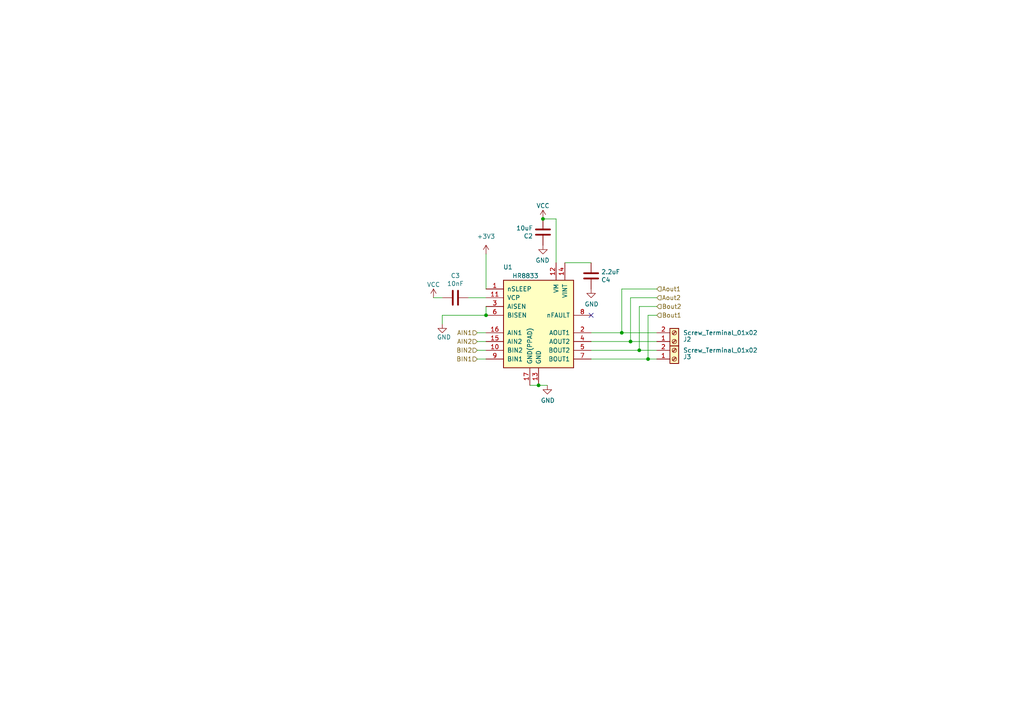
<source format=kicad_sch>
(kicad_sch (version 20231120) (generator "eeschema") (generator_version "8.0")
  (paper "A4")
  (lib_symbols
    (symbol "AlfredoSymbols:HR8833" (pin_names (offset 1.016))
      (property "Reference" "U1" (at -8.89 16.51 0))
      (property "Value" "HR8833" (at -3.81 13.97 0))
      (symbol "HR8833_0_1"
        (rectangle (start -10.16 12.7) (end 10.16 -12.7) (stroke (width 0.254)) (fill (type background)))
      )
      (symbol "HR8833_1_1"
        (pin input line (at -15.24 10.16 0) (length 5.08) (name "nSLEEP") (number "1"))
        (pin input line (at -15.24 -7.62 0) (length 5.08) (name "BIN2") (number "10"))
        (pin bidirectional line (at -15.24 7.62 0) (length 5.08) (name "VCP") (number "11"))
        (pin power_in line (at 5.08 17.78 270) (length 5.08) (name "VM") (number "12"))
        (pin power_in line (at 0 -17.78 90) (length 5.08) (name "GND") (number "13"))
        (pin power_in line (at 7.62 17.78 270) (length 5.08) (name "VINT") (number "14"))
        (pin input line (at -15.24 -5.08 0) (length 5.08) (name "AIN2") (number "15"))
        (pin input line (at -15.24 -2.54 0) (length 5.08) (name "AIN1") (number "16"))
        (pin power_in line (at -2.54 -17.78 90) (length 5.08) (name "GND(PPAD)") (number "17"))
        (pin power_out line (at 15.24 -2.54 180) (length 5.08) (name "AOUT1") (number "2"))
        (pin bidirectional line (at -15.24 5.08 0) (length 5.08) (name "AISEN") (number "3"))
        (pin power_out line (at 15.24 -5.08 180) (length 5.08) (name "AOUT2") (number "4"))
        (pin power_out line (at 15.24 -7.62 180) (length 5.08) (name "BOUT2") (number "5"))
        (pin bidirectional line (at -15.24 2.54 0) (length 5.08) (name "BISEN") (number "6"))
        (pin power_out line (at 15.24 -10.16 180) (length 5.08) (name "BOUT1") (number "7"))
        (pin open_collector line (at 15.24 2.54 180) (length 5.08) (name "nFAULT") (number "8"))
        (pin input line (at -15.24 -10.16 0) (length 5.08) (name "BIN1") (number "9"))
      )
    )
    (symbol "Connector:Screw_Terminal_01x02" (pin_names (offset 1.016) hide)
      (property "Reference" "J" (at 0 2.54 0))
      (property "Value" "Screw_Terminal_01x02" (at 0 -5.08 0))
      (symbol "Screw_Terminal_01x02_1_1"
        (rectangle (start -1.27 1.27) (end 1.27 -3.81) (stroke (width 0.254)) (fill (type background)))
        (circle (center 0 -2.54) (radius 0.635) (stroke (width 0.1524)))
        (polyline (pts (xy -0.5334 -2.2098) (xy 0.3302 -3.048)) (stroke (width 0.1524)))
        (polyline (pts (xy -0.5334 0.3302) (xy 0.3302 -0.508)) (stroke (width 0.1524)))
        (polyline (pts (xy -0.3556 -2.032) (xy 0.508 -2.8702)) (stroke (width 0.1524)))
        (polyline (pts (xy -0.3556 0.508) (xy 0.508 -0.3302)) (stroke (width 0.1524)))
        (circle (center 0 0) (radius 0.635) (stroke (width 0.1524)))
        (pin passive line (at -5.08 0 0) (length 3.81) (name "Pin_1") (number "1"))
        (pin passive line (at -5.08 -2.54 0) (length 3.81) (name "Pin_2") (number "2"))
      )
    )
    (symbol "Device:C" (pin_numbers hide) (pin_names (offset 0.254))
      (property "Reference" "C" (at 0.635 2.54 0))
      (property "Value" "C" (at 0.635 -2.54 0))
      (symbol "C_0_1"
        (polyline (pts (xy -2.032 -0.762) (xy 2.032 -0.762)) (stroke (width 0.508)))
        (polyline (pts (xy -2.032 0.762) (xy 2.032 0.762)) (stroke (width 0.508)))
      )
      (symbol "C_1_1"
        (pin passive line (at 0 3.81 270) (length 2.794) (name "~") (number "1"))
        (pin passive line (at 0 -3.81 90) (length 2.794) (name "~") (number "2"))
      )
    )
    (symbol "power:+3V3" (power) (pin_names (offset 0))
      (property "Value" "+3V3" (at 0 3.556 0))
      (symbol "+3V3_0_1"
        (polyline (pts (xy -0.762 1.27) (xy 0 2.54)))
        (polyline (pts (xy 0 0) (xy 0 2.54)))
        (polyline (pts (xy 0 2.54) (xy 0.762 1.27)))
      )
      (symbol "+3V3_1_1"
        (pin power_in line (at 0 0 90) (length 0) hide (name "+3V3") (number "1"))
      )
    )
    (symbol "power:GND" (power) (pin_names (offset 0))
      (property "Value" "GND" (at 0 -3.81 0))
      (symbol "GND_0_1"
        (polyline (pts (xy 0 0) (xy 0 -1.27) (xy 1.27 -1.27) (xy 0 -2.54) (xy -1.27 -1.27) (xy 0 -1.27)))
      )
      (symbol "GND_1_1"
        (pin power_in line (at 0 0 270) (length 0) hide (name "GND") (number "1"))
      )
    )
    (symbol "power:VCC" (power) (pin_names (offset 0))
      (property "Value" "VCC" (at 0 3.81 0))
      (symbol "VCC_0_1"
        (polyline (pts (xy -0.762 1.27) (xy 0 2.54)))
        (polyline (pts (xy 0 0) (xy 0 2.54)))
        (polyline (pts (xy 0 2.54) (xy 0.762 1.27)))
      )
      (symbol "VCC_1_1"
        (pin power_in line (at 0 0 90) (length 0) hide (name "VCC") (number "1"))
      )
    )
  )
  (junction (at 182.88 99.06))
  (junction (at 157.48 63.5))
  (junction (at 156.21 111.76))
  (junction (at 180.34 96.52))
  (junction (at 140.97 91.44))
  (junction (at 185.42 101.6))
  (junction (at 187.96 104.14))
  (no_connect (at 171.45 91.44))
  (wire (pts (xy 128.27 91.44) (xy 140.97 91.44)))
  (wire (pts (xy 158.75 111.76) (xy 156.21 111.76)))
  (wire (pts (xy 138.43 101.6) (xy 140.97 101.6)))
  (wire (pts (xy 190.5 83.82) (xy 180.34 83.82)))
  (wire (pts (xy 187.96 91.44) (xy 187.96 104.14)))
  (wire (pts (xy 190.5 101.6) (xy 185.42 101.6)))
  (wire (pts (xy 171.45 99.06) (xy 182.88 99.06)))
  (wire (pts (xy 128.27 93.98) (xy 128.27 91.44)))
  (wire (pts (xy 190.5 104.14) (xy 187.96 104.14)))
  (wire (pts (xy 182.88 86.36) (xy 182.88 99.06)))
  (wire (pts (xy 180.34 83.82) (xy 180.34 96.52)))
  (wire (pts (xy 140.97 86.36) (xy 135.89 86.36)))
  (wire (pts (xy 138.43 99.06) (xy 140.97 99.06)))
  (wire (pts (xy 180.34 96.52) (xy 190.5 96.52)))
  (wire (pts (xy 161.29 63.5) (xy 161.29 76.2)))
  (wire (pts (xy 140.97 88.9) (xy 140.97 91.44)))
  (wire (pts (xy 185.42 101.6) (xy 171.45 101.6)))
  (wire (pts (xy 163.83 76.2) (xy 171.45 76.2)))
  (wire (pts (xy 138.43 96.52) (xy 140.97 96.52)))
  (wire (pts (xy 157.48 63.5) (xy 161.29 63.5)))
  (wire (pts (xy 125.73 86.36) (xy 128.27 86.36)))
  (wire (pts (xy 138.43 104.14) (xy 140.97 104.14)))
  (wire (pts (xy 153.67 111.76) (xy 156.21 111.76)))
  (wire (pts (xy 187.96 104.14) (xy 171.45 104.14)))
  (wire (pts (xy 190.5 88.9) (xy 185.42 88.9)))
  (wire (pts (xy 190.5 91.44) (xy 187.96 91.44)))
  (wire (pts (xy 171.45 96.52) (xy 180.34 96.52)))
  (wire (pts (xy 190.5 86.36) (xy 182.88 86.36)))
  (wire (pts (xy 182.88 99.06) (xy 190.5 99.06)))
  (wire (pts (xy 185.42 88.9) (xy 185.42 101.6)))
  (wire (pts (xy 140.97 73.66) (xy 140.97 83.82)))
  (hierarchical_label "Aout2" (shape input) (at 190.5 86.36 0))
  (hierarchical_label "Aout1" (shape input) (at 190.5 83.82 0))
  (hierarchical_label "BIN1" (shape input) (at 138.43 104.14 180))
  (hierarchical_label "BIN2" (shape input) (at 138.43 101.6 180))
  (hierarchical_label "Bout1" (shape input) (at 190.5 91.44 0))
  (hierarchical_label "Bout2" (shape input) (at 190.5 88.9 0))
  (hierarchical_label "AIN2" (shape input) (at 138.43 99.06 180))
  (hierarchical_label "AIN1" (shape input) (at 138.43 96.52 180))
  (symbol (lib_id "power:GND") (at 128.27 93.98 0) (unit 1)
    (property "Reference" "#PWR08" (effects (hide yes)))
    (property "Value" "GND" (at 130.81 97.79 0) (effects (justify right)))
    (instances (project "NoU3-Lite" (path "" (reference "#PWR08") (unit 1)) (path "" (reference "#PWR016") (unit 1)) (path "" (reference "#PWR023") (unit 1))))
  )
  (symbol (lib_id "power:+3V3") (at 140.97 73.66 0) (unit 1)
    (property "Reference" "#PWR013" (effects (hide yes)))
    (property "Value" "+3V3" (at 140.97 68.58 0))
    (instances (project "NoU3-Lite" (path "" (reference "#PWR013") (unit 1)) (path "" (reference "#PWR052") (unit 1)) (path "" (reference "#PWR053") (unit 1))))
  )
  (symbol (lib_id "Connector:Screw_Terminal_01x02") (at 195.58 104.14 0) (mirror x) (unit 1)
    (property "Reference" "J3" (at 198.12 103.505 0) (effects (justify left)))
    (property "Value" "Screw_Terminal_01x02" (at 198.12 101.6 0) (effects (justify left)))
    (property "Footprint" "AlfredoFootprints:TerminalBlock_Ningbo_2P_5mm" (effects (hide yes)))
    (property "Datasheet" "https://www.lcsc.com/product-detail/Screw-terminal_Ningbo-Xinlaiya-Elec.-Ningbo-Xinlaiya-Elec.-XY126V-5.0-2P_C557646.html" (effects (hide yes)))
    (property "LCSC" "C557646" (effects (hide yes)))
    (instances (project "NoU3-Lite" (path "" (reference "J3") (unit 1)) (path "" (reference "J6") (unit 1)) (path "" (reference "J9") (unit 1))))
  )
  (symbol (lib_id "Connector:Screw_Terminal_01x02") (at 195.58 99.06 0) (mirror x) (unit 1)
    (property "Reference" "J2" (at 198.12 98.425 0) (effects (justify left)))
    (property "Value" "Screw_Terminal_01x02" (at 198.12 96.52 0) (effects (justify left)))
    (property "Footprint" "AlfredoFootprints:TerminalBlock_Ningbo_2P_5mm" (effects (hide yes)))
    (property "Datasheet" "https://www.lcsc.com/product-detail/Screw-terminal_Ningbo-Xinlaiya-Elec.-Ningbo-Xinlaiya-Elec.-XY126V-5.0-2P_C557646.html" (effects (hide yes)))
    (property "LCSC" "C557646" (effects (hide yes)))
    (instances (project "NoU3-Lite" (path "" (reference "J2") (unit 1)) (path "" (reference "J5") (unit 1)) (path "" (reference "J8") (unit 1))))
  )
  (symbol (lib_id "Device:C") (at 157.48 67.31 0) (unit 1)
    (property "Reference" "C2" (at 154.5844 68.4784 0) (effects (justify right)))
    (property "Value" "10uF" (at 154.5844 66.167 0) (effects (justify right)))
    (property "Footprint" "Capacitor_SMD:C_0805_2012Metric" (effects (hide yes)))
    (property "Datasheet" "https://lcsc.com/product-detail/Multilayer-Ceramic-Capacitors-MLCC-SMD-SMT_Samsung-Electro-Mechanics-CL21A106KAYNNNE_C15850.html" (effects (hide yes)))
    (property "LCSC" "C15850" (effects (hide yes)))
    (instances (project "NoU3-Lite" (path "" (reference "C2") (unit 1)) (path "" (reference "C5") (unit 1)) (path "" (reference "C8") (unit 1))))
  )
  (symbol (lib_id "power:VCC") (at 125.73 86.36 0) (unit 1)
    (property "Reference" "#PWR014" (effects (hide yes)))
    (property "Value" "VCC" (at 125.73 82.55 0))
    (instances (project "NoU3-Lite" (path "" (reference "#PWR014") (unit 1)) (path "" (reference "#PWR09") (unit 1)) (path "" (reference "#PWR021") (unit 1))))
  )
  (symbol (lib_id "AlfredoSymbols:HR8833") (at 156.21 93.98 0) (unit 1)
    (property "Reference" "U1" (at 147.32 77.47 0))
    (property "Value" "HR8833" (at 152.4 80.01 0))
    (property "Footprint" "AlfredoFootprints:HR8833" (effects (hide yes)))
    (property "Datasheet" "https://jlcpcb.com/partdetail/Jiaxing_Heroic_ElecTech-HR8833/C130792" (effects (hide yes)))
    (property "LCSC" "C128666" (effects (hide yes)))
    (instances (project "NoU3-Lite" (path "" (reference "U1") (unit 1)) (path "" (reference "U4") (unit 1)) (path "" (reference "U5") (unit 1))))
  )
  (symbol (lib_id "power:VCC") (at 157.48 63.5 0) (unit 1)
    (property "Reference" "#PWR011" (effects (hide yes)))
    (property "Value" "VCC" (at 157.48 59.69 0))
    (instances (project "NoU3-Lite" (path "" (reference "#PWR011") (unit 1)) (path "" (reference "#PWR018") (unit 1)) (path "" (reference "#PWR025") (unit 1))))
  )
  (symbol (lib_id "Device:C") (at 132.08 86.36 90) (unit 1)
    (property "Reference" "C3" (at 132.08 79.9592 90))
    (property "Value" "10nF" (at 132.08 82.2706 90))
    (property "Footprint" "Capacitor_SMD:C_0402_1005Metric" (effects (hide yes)))
    (property "Datasheet" "https://www.lcsc.com/product-detail/Multilayer-Ceramic-Capacitors-MLCC---SMD-SMT_Samsung-Electro-Mechanics-Samsung-Electro-Mechanics-CL05B103KB5NNNC_C15195.html" (effects (hide yes)))
    (property "LCSC" "C15195" (effects (hide yes)))
    (instances (project "NoU3-Lite" (path "" (reference "C3") (unit 1)) (path "" (reference "C6") (unit 1)) (path "" (reference "C9") (unit 1))))
  )
  (symbol (lib_id "power:GND") (at 158.75 111.76 0) (unit 1)
    (property "Reference" "#PWR010" (effects (hide yes)))
    (property "Value" "GND" (at 158.877 116.1542 0))
    (instances (project "NoU3-Lite" (path "" (reference "#PWR010") (unit 1)) (path "" (reference "#PWR019") (unit 1)) (path "" (reference "#PWR026") (unit 1))))
  )
  (symbol (lib_id "power:GND") (at 171.45 83.82 0) (unit 1)
    (property "Reference" "#PWR012" (effects (hide yes)))
    (property "Value" "GND" (at 171.577 88.2142 0))
    (instances (project "NoU3-Lite" (path "" (reference "#PWR012") (unit 1)) (path "" (reference "#PWR020") (unit 1)) (path "" (reference "#PWR027") (unit 1))))
  )
  (symbol (lib_id "power:GND") (at 157.48 71.12 0) (mirror y) (unit 1)
    (property "Reference" "#PWR06" (effects (hide yes)))
    (property "Value" "GND" (at 157.353 75.5142 0))
    (instances (project "NoU3-Lite" (path "" (reference "#PWR06") (unit 1)) (path "" (reference "#PWR015") (unit 1)) (path "" (reference "#PWR022") (unit 1))))
  )
  (symbol (lib_id "Device:C") (at 171.45 80.01 0) (mirror y) (unit 1)
    (property "Reference" "C4" (at 174.371 81.1784 0) (effects (justify right)))
    (property "Value" "2.2uF" (at 174.371 78.867 0) (effects (justify right)))
    (property "Footprint" "Capacitor_SMD:C_0402_1005Metric" (effects (hide yes)))
    (property "Datasheet" "https://lcsc.com/product-detail/Multilayer-Ceramic-Capacitors-MLCC---SMD-SMT_Samsung-Electro-Mechanics-Samsung-Electro-Mechanics-CL05A225MQ5NSNC_C12530.html" (effects (hide yes)))
    (property "LCSC" "C12530" (effects (hide yes)))
    (instances (project "NoU3-Lite" (path "" (reference "C4") (unit 1)) (path "" (reference "C7") (unit 1)) (path "" (reference "C10") (unit 1))))
  )
)
</source>
